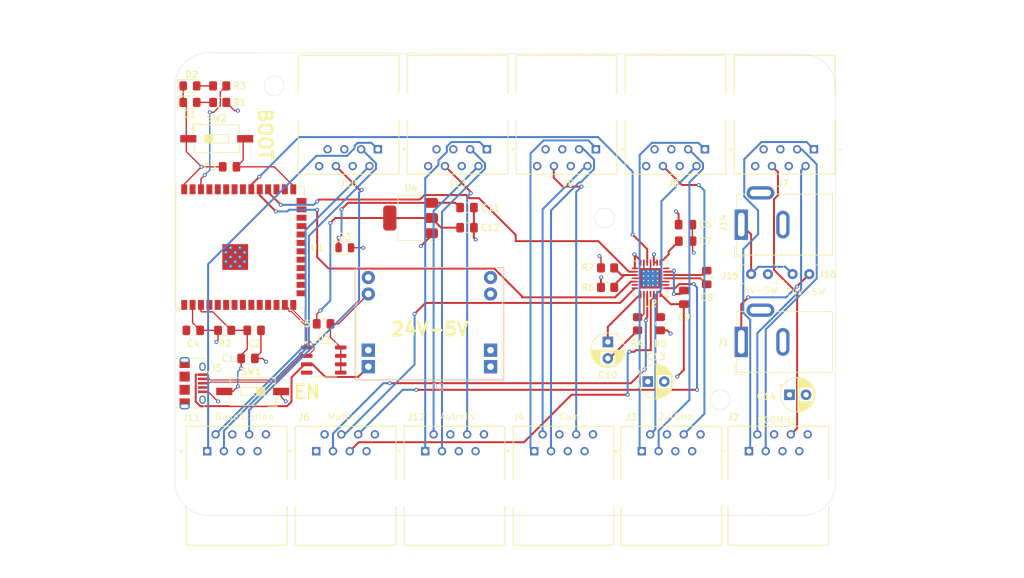
<source format=kicad_pcb>
(kicad_pcb (version 20240108) (generator "pcbnew") (generator_version "8.0")
  (layers (0 "F.Cu" signal) (1 "In1.Cu" power "GND") (2 "In2.Cu" signal) (31 "B.Cu" signal) (34 "B.Paste" user) (35 "F.Paste" user) (36 "B.SilkS" user "B.Silkscreen") (37 "F.SilkS" user "F.Silkscreen") (38 "B.Mask" user) (39 "F.Mask" user) (44 "Edge.Cuts" user))
  (net 0 "")
  (net 1 "GND")
  (net 2 "EN_PB")
  (net 3 "GPIO_0")
  (net 4 "+3.3V")
  (net 5 "+5V")
  (net 6 "Net-(U2-VREG)")
  (net 7 "Net-(U2-CP2)")
  (net 8 "Net-(U2-CP1)")
  (net 9 "Net-(U2-CVP)")
  (net 10 "+24V")
  (net 11 "Net-(D2-A)")
  (net 12 "Tx+_900")
  (net 13 "Tx-_900")
  (net 14 "Rx+_900")
  (net 15 "Rx-_900")
  (net 16 "Tx+_2.4")
  (net 17 "Tx-_2.4")
  (net 18 "Rx-_2.4")
  (net 19 "Rx+_2.4")
  (net 21 "Net-(J4-Pad6)")
  (net 24 "Net-(J4-Pad2)")
  (net 25 "Net-(J4-Pad3)")
  (net 26 "Net-(J4-Pad1)")
  (net 29 "Net-(J10-Pad1)")
  (net 30 "Net-(J10-Pad3)")
  (net 31 "Net-(J10-Pad2)")
  (net 34 "Net-(J10-Pad6)")
  (net 36 "OUT2A")
  (net 38 "OUT1B")
  (net 42 "OUT1A")
  (net 43 "OUT2B")
  (net 61 "Net-(J12-Pad2)")
  (net 62 "Net-(J12-Pad1)")
  (net 65 "Net-(J12-Pad3)")
  (net 67 "Net-(J12-Pad6)")
  (net 72 "LED_BUILDIN")
  (net 73 "Net-(U2-SENSE1)")
  (net 74 "Net-(U2-SENSE2)")
  (net 75 "Net-(U2-VREF)")
  (net 77 "DIRPIN")
  (net 93 "USB_P")
  (net 101 "USB_N")
  (net 103 "RESETPIN")
  (net 108 "STEPPIN")
  (net 111 "Net-(D1-A)")
  (net 113 "Net-(D3-K)")
  (net 114 "Net-(J14-Pad1)")
  (footprint "Resistor_SMD:R_0805_2012Metric_Pad1.20x1.40mm_HandSolder" (layer "F.Cu") (at 92.5 72)
    (property "Reference" "R2")
    (property "Value" "10K TBV")
  )
  (footprint "LED_SMD:LED_0805_2012Metric_Pad1.15x1.40mm_HandSolder" (layer "F.Cu") (at 87.25 35)
    (property "Reference" "D2")
    (property "Value" "B")
  )
  (footprint "LED_SMD:LED_0805_2012Metric_Pad1.15x1.40mm_HandSolder" (layer "F.Cu") (at 87.25 37.5)
    (property "Reference" "D1")
    (property "Value" "R")
  )
  (footprint "digikey-footprints:PinHeader_1x2_P2.54mm" (layer "F.Cu") (at 174.73 63.5 180)
    (property "Reference" "J15")
    (property "Value" "M20-9990246")
  )
  (footprint "Package_TO_SOT_SMD:SOT-223-3_TabPin2" (layer "F.Cu") (at 120.65 55 180)
    (property "Reference" "U4")
    (property "Value" "AMS1117-3.3")
  )
  (footprint "Capacitor_SMD:C_0805_2012Metric_Pad1.18x1.45mm_HandSolder" (layer "F.Cu") (at 96.9625 72)
    (property "Reference" "C2")
    (property "Value" "1uF")
  )
  (footprint "Package_DFN_QFN:QFN-28-1EP_5x5mm_P0.5mm_EP3.1x3.1mm_ThermalVias" (layer "F.Cu") (at 156.9625 64.125 180)
    (property "Reference" "U2")
    (property "Value" "A4988-Stepper Driver")
  )
  (footprint "54601-908WPLF:AMPHENOL_54601-908WPLF" (layer "F.Cu") (at 144.25 38.25 180)
    (property "Reference" "J9")
    (property "Value" "LANCamera")
  )
  (footprint "Capacitor_SMD:C_0805_2012Metric_Pad1.18x1.45mm_HandSolder" (layer "F.Cu") (at 96.0375 76.25 180)
    (property "Reference" "C1")
    (property "Value" "100nF")
  )
  (footprint "Capacitor_THT:CP_Radial_D5.0mm_P2.50mm" (layer "F.Cu") (at 156.544888 79.75)
    (property "Reference" "C13")
    (property "Value" "100uF")
  )
  (footprint "Resistor_SMD:R_0805_2012Metric_Pad1.20x1.40mm_HandSolder" (layer "F.Cu") (at 91.75 37.5 180)
    (property "Reference" "R1")
    (property "Value" "330")
  )
  (footprint "54601-908WPLF:AMPHENOL_54601-908WPLF" (layer "F.Cu") (at 127.75 38.25 180)
    (property "Reference" "J13")
    (property "Value" "LAN4")
  )
  (footprint "Capacitor_SMD:C_0805_2012Metric_Pad1.18x1.45mm_HandSolder" (layer "F.Cu") (at 87.75 72 180)
    (property "Reference" "C4")
    (property "Value" "22uF")
  )
  (footprint "54601-908WPLF:AMPHENOL_54601-908WPLF" (layer "F.Cu") (at 160.75 38.25 180)
    (property "Reference" "J8")
    (property "Value" "LAN2.4")
  )
  (footprint "54601-908WPLF:AMPHENOL_54601-908WPLF" (layer "F.Cu") (at 127.305 96.64)
    (property "Reference" "J12")
    (property "Value" "Eth4IN")
  )
  (footprint "Connector_BarrelJack:BarrelJack_GCT_DCJ200-10-A_Horizontal" (layer "F.Cu") (at 170.7 56 90)
    (property "Reference" "J14")
    (property "Value" "Barrel_Jack")
  )
  (footprint "Diode_SMD:D_0805_2012Metric" (layer "F.Cu") (at 110.6875 59.5)
    (property "Reference" "D3")
    (property "Value" "1N4004")
  )
  (footprint "Button_Switch_SMD:SW_DIP_SPSTx01_Slide_6.7x4.1mm_W8.61mm_P2.54mm_LowProfile" (layer "F.Cu") (at 91.305 43)
    (property "Reference" "SW2")
    (property "Value" "TS09-63-25-WT-160-SMT-TR")
  )
  (footprint "Resistor_SMD:R_0805_2012Metric_Pad1.20x1.40mm_HandSolder" (layer "F.Cu") (at 150.4625 62.55 180)
    (property "Reference" "R7")
    (property "Value" "1k")
  )
  (footprint "Resistor_SMD:R_0805_2012Metric_Pad1.20x1.40mm_HandSolder" (layer "F.Cu") (at 91.75 35)
    (property "Reference" "R3")
    (property "Value" "330")
  )
  (footprint "54601-908WPLF:AMPHENOL_54601-908WPLF" (layer "F.Cu") (at 177.25 38.25 180)
    (property "Reference" "J7")
    (property "Value" "LAN900")
  )
  (footprint "Connector_USB:USB_Micro-B_Amphenol_10118194_Horizontal" (layer "F.Cu") (at 87.75 80 -90)
    (property "Reference" "J11")
    (property "Value" "USB_B_Micro")
  )
  (footprint "Resistor_SMD:R_0805_2012Metric_Pad1.20x1.40mm_HandSolder" (layer "F.Cu") (at 155 71 -90)
    (property "Reference" "R4")
    (property "Value" "0.05")
  )
  (footprint "Connector_BarrelJack:BarrelJack_GCT_DCJ200-10-A_Horizontal" (layer "F.Cu") (at 170.7 73.75 90)
    (property "Reference" "J1")
    (property "Value" "Barrel_Jack")
  )
  (footprint "Capacitor_SMD:C_0805_2012Metric_Pad1.18x1.45mm_HandSolder" (layer "F.Cu") (at 107.48125 71.01875)
    (property "Reference" "C5")
    (property "Value" "100nF")
  )
  (footprint "RF_Module:ESP32-S3-WROOM-1" (layer "F.Cu") (at 91.64 59.4 90)
    (property "Reference" "U1")
    (property "Value" "ESP32-S3-WROOM-1")
  )
  (footprint "Capacitor_SMD:C_0805_2012Metric_Pad1.18x1.45mm_HandSolder" (layer "F.Cu") (at 129.1875 56.46)
    (property "Reference" "C12")
    (property "Value" "22u")
  )
  (footprint "54601-908WPLF:AMPHENOL_54601-908WPLF" (layer "F.Cu") (at 110.805 96.64)
    (property "Reference" "J6")
    (property "Value" "Moteur")
  )
  (footprint "Capacitor_SMD:C_0805_2012Metric_Pad1.18x1.45mm_HandSolder" (layer "F.Cu") (at 162.2875 58.5)
    (property "Reference" "C7")
    (property "Value" "0.22uF")
  )
  (footprint "Capacitor_SMD:C_0805_2012Metric_Pad1.18x1.45mm_HandSolder" (layer "F.Cu") (at 165.4625 64 90)
    (property "Reference" "C8")
    (property "Value" "0.1uF")
  )
  (footprint "Package_SO:SO-8_3.9x4.9mm_P1.27mm" (layer "F.Cu") (at 107.5 76.5)
    (property "Reference" "U5")
    (property "Value" "~")
  )
  (footprint "Capacitor_THT:CP_Radial_D5.0mm_P2.50mm" (layer "F.Cu") (at 178 81.75)
    (property "Reference" "C14")
    (property "Value" "100uF")
  )
  (footprint "Capacitor_THT:CP_Radial_D5.0mm_P2.50mm" (layer "F.Cu") (at 150.5 73.75 -90)
    (property "Reference" "C10")
    (property "Value" "100uF")
  )
  (footprint "54601-908WPLF:AMPHENOL_54601-908WPLF" (layer "F.Cu") (at 143.805 96.64)
    (property "Reference" "J4")
    (property "Value" "CameraIN")
  )
  (footprint "54601-908WPLF:AMPHENOL_54601-908WPLF" (layer "F.Cu") (at 94.305 96.64)
    (property "Reference" "J5")
    (property "Value" "BaseStation")
  )
  (footprint "Capacitor_SMD:C_0805_2012Metric_Pad1.18x1.45mm_HandSolder" (layer "F.Cu") (at 162 67 -90)
    (property "Reference" "C9")
    (property "Value" "0.1uF")
  )
  (footprint "54601-908WPLF:AMPHENOL_54601-908WPLF" (layer "F.Cu") (at 176.305 96.64)
    (property "Reference" "J2")
    (property "Value" "POE900")
  )
  (footprint "Button_Switch_SMD:SW_DIP_SPSTx01_Slide_6.7x4.1mm_W8.61mm_P2.54mm_LowProfile" (layer "F.Cu") (at 96.75 81.25 180)
    (property "Reference" "SW1")
    (property "Value" "TS09-63-25-WT-160-SMT-TR")
  )
  (footprint "Capacitor_SMD:C_0805_2012Metric_Pad1.18x1.45mm_HandSolder" (layer "F.Cu") (at 162.25 56)
    (property "Reference" "C6")
    (property "Value" "0.22uF")
  )
  (footprint "54601-908WPLF:AMPHENOL_54601-908WPLF" (layer "F.Cu") (at 111.25 38.25 180)
    (property "Reference" "J10")
    (property "Value" "SwitchOut")
  )
  (footprint "Resistor_SMD:R_0805_2012Metric_Pad1.20x1.40mm_HandSolder" (layer "F.Cu") (at 150.4625 65.5)
    (property "Reference" "R6")
    (property "Value" "12k")
  )
  (footprint "54601-908WPLF:AMPHENOL_54601-908WPLF" (layer "F.Cu") (at 160.089 96.64)
    (property "Reference" "J3")
    (property "Value" "POE2.4")
  )
  (footprint "Capacitor_SMD:C_0805_2012Metric_Pad1.18x1.45mm_HandSolder" (layer "F.Cu") (at 93.25 47.25)
    (property "Reference" "C3")
    (property "Value" "100nF")
  )
  (footprint "Capacitor_SMD:C_0805_2012Metric_Pad1.18x1.45mm_HandSolder" (layer "F.Cu") (at 129.1875 53.42)
    (property "Reference" "C11")
    (property "Value" "10u")
  )
  (footprint "digikey-footprints:PinHeader_1x2_P2.54mm" (layer "F.Cu") (at 181 63.5 180)
    (property "Reference" "J16")
    (property "Value" "M20-9990246")
  )
  (footprint "Resistor_SMD:R_0805_2012Metric_Pad1.20x1.40mm_HandSolder" (layer "F.Cu") (at 158.4625 71 -90)
    (property "Reference" "R5")
    (property "Value" "0.05")
  )
  (footprint "LucasLibrary:Buck_7V-24V_5V" (layer "B.Cu") (at 114.25 77.5)
    (property "Reference" "U3")
    (property "Value" "MP1584EN-Buck Converter")
  )
  (gr_line (start 112 59.5) (end 113.5 59.5) (stroke (width 0.2)) (layer "F.Cu") (net 5))
  (gr_line (start 112.5 62.5) (end 134.5 62.5) (stroke (width 0.1)) (layer "F.SilkS"))
  (gr_line (start 112.5 79.5) (end 112.5 62.5) (stroke (width 0.1)) (layer "F.SilkS"))
  (gr_line (start 134.5 79.5) (end 112.5 79.5) (stroke (width 0.1)) (layer "F.SilkS"))
  (gr_line (start 134.5 62.5) (end 134.5 79.5) (stroke (width 0.1)) (layer "F.SilkS"))
  (gr_circle (center 150 55) (end 151.5 55) (stroke (width 0.05)) (fill none) (layer "Edge.Cuts"))
  (gr_circle (center 100 35) (end 101.5 35) (stroke (width 0.05)) (fill none) (layer "Edge.Cuts"))
  (gr_line (start 180 30.25) (end 90 30) (stroke (width 0.05)) (layer "Edge.Cuts"))
  (gr_circle (center 167.5 82.5) (end 169 82.5) (stroke (width 0.05)) (fill none) (layer "Edge.Cuts"))
  (gr_arc (start 85 35) (mid 86.464466 31.464466) (end 90 30) (stroke (width 0.05)) (layer "Edge.Cuts"))
  (gr_line (start 180 100.008088) (end 90 100) (stroke (width 0.05)) (layer "Edge.Cuts"))
  (gr_line (start 85 95) (end 85 35) (stroke (width 0.05)) (layer "Edge.Cuts"))
  (gr_line (start 185 35.25) (end 185 95.25) (stroke (width 0.05)) (layer "Edge.Cuts"))
  (gr_arc (start 185.000124 95.250007) (mid 183.441402 98.618273) (end 180 100.008088) (stroke (width 0.05)) (layer "Edge.Cuts"))
  (gr_arc (start 90 100) (mid 86.464466 98.535534) (end 85 95) (stroke (width 0.05)) (layer "Edge.Cuts"))
  (gr_arc (start 180 30.25) (mid 183.535534 31.714466) (end 185 35.25) (stroke (width 0.05)) (layer "Edge.Cuts"))
  (gr_text "24V-5V" (at 117.5 73 0) (layer "F.SilkS") (effects (font (size 2 2) (thickness 0.4) (bold yes)) (justify left bottom)))
  (gr_text "5V-SW" (at 171 66.5 0) (layer "F.SilkS") (effects (font (size 1 1) (thickness 0.1)) (justify left bottom)))
  (gr_text "BOOT" (at 97.5 38.25 -90) (layer "F.SilkS") (effects (font (size 2 2) (thickness 0.4) (bold yes)) (justify left bottom)))
  (gr_text "Moteur" (at 108.021 85.64 0) (layer "F.SilkS") (effects (font (size 1 1) (thickness 0.1)) (justify left bottom)))
  (gr_text "BaseStation" (at 91.021 85.64 0) (layer "F.SilkS") (effects (font (size 1 1) (thickness 0.1)) (justify left bottom)))
  (gr_text "AutreIN" (at 125.021 85.64 0) (layer "F.SilkS") (effects (font (size 1 1) (thickness 0.1)) (justify left bottom)))
  (gr_text "900MHz" (at 173.021 86.14 0) (layer "F.SilkS") (effects (font (size 1 1) (thickness 0.1)) (justify left bottom)))
  (gr_text "EN\n" (at 102.75 82.5 0) (layer "F.SilkS") (effects (font (size 2 2) (thickness 0.4) (bold yes)) (justify left bottom)))
  (gr_text "2.4GHz" (at 158.021 85.64 0) (layer "F.SilkS") (effects (font (size 1 1) (thickness 0.1)) (justify left bottom)))
  (gr_text "Cam" (at 143.021 85.64 0) (layer "F.SilkS") (effects (font (size 1 1) (thickness 0.1)) (justify left bottom)))
  (gr_text "24V-SW" (at 177.25 66.75 0) (layer "F.SilkS") (effects (font (size 1 1) (thickness 0.1)) (justify left bottom)))
  (segment (start 110.075 74.595) (end 110.075 78.405) (width 0.2) (layer "F.Cu") (net 1))
  (segment (start 108.51875 71.01875) (end 108.51875 73.03875) (width 0.2) (layer "F.Cu") (net 1))
  (segment (start 114.25 66.5) (end 109.73125 71.01875) (width 0.2) (layer "F.Cu") (net 1))
  (segment (start 154.5875 64.125) (end 156.9625 64.125) (width 0.2) (layer "F.Cu") (net 1))
  (segment (start 150.75 76.25) (end 155 72) (width 0.3) (layer "F.Cu") (net 1))
  (segment (start 91.475 82.75) (end 91.5 82.75) (width 0.2) (layer "F.Cu") (net 1))
  (segment (start 163.325 58.5) (end 163.325 60.075) (width 0.2) (layer "F.Cu") (net 1))
  (segment (start 89.15 81.3) (end 90.025 81.3) (width 0.2) (layer "F.Cu") (net 1))
  (segment (start 130.225 56.46) (end 130.225 57.975) (width 0.3) (layer "F.Cu") (net 1))
  (segment (start 149.4625 60.9625) (end 149.25 60.75) (width 0.2) (layer "F.Cu") (net 1))
  (segment (start 86.695 44.945) (end 89 47.25) (width 0.2) (layer "F.Cu") (net 1))
  (segment (start 98 75.325) (end 97.075 76.25) (width 0.2) (layer "F.Cu") (net 1))
  (segment (start 123.8 57.3) (end 123.8 57.66) (width 0.3) (layer "F.Cu") (net 1))
  (segment (start 150.5 76.25) (end 150.75 76.25) (width 0.3) (layer "F.Cu") (net 1))
  (segment (start 86.225 35) (end 86.225 37.5) (width 0.2) (layer "F.Cu") (net 1))
  (segment (start 86.695 37.97) (end 86.225 37.5) (width 0.2) (layer "F.Cu") (net 1))
  (segment (start 159.3375 64.625) (end 157.4625 64.625) (width 0.2) (layer "F.Cu") (net 1))
  (segment (start 163.325 60.075) (end 163.5 60.25) (width 0.2) (layer "F.Cu") (net 1))
  (segment (start 101.055 82.055) (end 101.75 82.75) (width 0.2) (layer "F.Cu") (net 1))
  (segment (start 163.2875 56) (end 163.2875 58.4625) (width 0.2) (layer "F.Cu") (net 1))
  (segment (start 156.9625 61.75) (end 156.9625 64.125) (width 0.2) (layer "F.Cu") (net 1))
  (segment (start 86.695 43) (end 86.695 37.97) (width 0.2) (layer "F.Cu") (net 1))
  (segment (start 98 72) (end 98 75.325) (width 0.2) (layer "F.Cu") (net 1))
  (segment (start 108.51875 73.03875) (end 110.075 74.595) (width 0.2) (layer "F.Cu") (net 1))
  (segment (start 157.9625 65.125) (end 156.9625 64.125) (width 0.2) (layer "F.Cu") (net 1))
  (segment (start 155.9625 61.75) (end 155.9625 63.025) (width 0.2) (layer "F.Cu") (net 1))
  (segment (start 98.25 76.25) (end 98.75 76.75) (width 0.2) (layer "F.Cu") (net 1))
  (segment (start 149.4625 62.55) (end 149.4625 60.9625) (width 0.2) (layer "F.Cu") (net 1))
  (segment (start 97.075 76.25) (end 98.25 76.25) (width 0.2) (layer "F.Cu") (net 1))
  (segment (start 163.2875 58.4625) (end 163.325 58.5) (width 0.2) (layer "F.Cu") (net 1))
  (segment (start 159.5 72) (end 160 72.5) (width 0.3) (layer "F.Cu") (net 1))
  (segment (start 101.055 81.25) (end 101.055 82.055) (width 0.2) (layer "F.Cu") (net 1))
  (segment (start 158.4625 72) (end 159.5 72) (width 0.3) (layer "F.Cu") (net 1))
  (segment (start 130.225 53.42) (end 130.225 56.46) (width 0.3) (layer "F.Cu") (net 1))
  (segment (start 109.73125 71.01875) (end 108.51875 71.01875) (width 0.2) (layer "F.Cu") (net 1))
  (segment (start 130.225 57.975) (end 130.5 58.25) (width 0.3) (layer "F.Cu") (net 1))
  (segment (start 155.9625 63.025) (end 155.9125 63.075) (width 0.2) (layer "F.Cu") (net 1))
  (segment (start 90.025 81.3) (end 91.475 82.75) (width 0.2) (layer "F.Cu") (net 1))
  (segment (start 86.38 49.87) (end 86.38 50.65) (width 0.2) (layer "F.Cu") (net 1))
  (segment (start 157.4625 64.625) (end 156.9625 64.125) (width 0.2) (layer "F.Cu") (net 1))
  (segment (start 123.8 57.66) (end 122.21 59.25) (width 0.3) (layer "F.Cu") (net 1))
  (segment (start 159.3375 65.125) (end 157.9625 65.125) (width 0.2) (layer "F.Cu") (net 1))
  (segment (start 89 47.25) (end 86.38 49.87) (width 0.2) (layer "F.Cu") (net 1))
  (segment (start 92.2125 47.25) (end 89 47.25) (width 0.2) (layer "F.Cu") (net 1))
  (segment (start 86.695 43) (end 86.695 44.945) (width 0.2) (layer "F.Cu") (net 1))
  (via (at 149.25 60.75) (size 0.6) (drill 0.3) (layers "F.Cu" "B.Cu") (net 1))
  (via (at 89 47.25) (size 0.6) (drill 0.3) (layers "F.Cu" "B.Cu") (net 1))
  (via (at 163.5 60.25) (size 0.6) (drill 0.3) (layers "F.Cu" "B.Cu") (net 1))
  (via (at 130.5 58.25) (size 0.6) (drill 0.3) (layers "F.Cu" "B.Cu") (net 1))
  (via (at 122.21 59.25) (size 0.6) (drill 0.3) (layers "F.Cu" "B.Cu") (net 1))
  (via (at 91.5 82.75) (size 0.6) (drill 0.3) (layers "F.Cu" "B.Cu") (net 1))
  (via (at 98.75 76.75) (size 0.6) (drill 0.3) (layers "F.Cu" "B.Cu") (net 1))
  (via (at 160 72.5) (size 0.6) (drill 0.3) (layers "F.Cu" "B.Cu") (net 1))
  (via (at 101.75 82.75) (size 0.6) (drill 0.3) (layers "F.Cu" "B.Cu") (net 1))
  (segment (start 95 76.25) (end 95 75.75) (width 0.2) (layer "F.Cu") (net 2))
  (segment (start 92.445 81.25) (end 93.75 81.25) (width 0.2) (layer "F.Cu") (net 2))
  (segment (start 89.02 69.2) (end 88.92 69.1) (width 0.2) (layer "F.Cu") (net 2))
  (segment (start 93.75 81.25) (end 94.5 80.5) (width 0.2) (layer "F.Cu") (net 2))
  (segment (start 93.5 72) (end 90.7 69.2) (width 0.2) (layer "F.Cu") (net 2))
  (segment (start 95 77.75) (end 95 76.25) (width 0.2) (layer "F.Cu") (net 2))
  (segment (start 95.925 74.825) (end 95.925 72) (width 0.2) (layer "F.Cu") (net 2))
  (segment (start 88.92 69.1) (end 88.92 68.15) (width 0.2) (layer "F.Cu") (net 2))
  (segment (start 95.925 72) (end 93.5 72) (width 0.2) (layer "F.Cu") (net 2))
  (segment (start 95 75.75) (end 95.925 74.825) (width 0.2) (layer "F.Cu") (net 2))
  (segment (start 90.7 69.2) (end 89.02 69.2) (width 0.2) (layer "F.Cu") (net 2))
  (via (at 95 77.75) (size 0.6) (drill 0.3) (layers "F.Cu" "B.Cu") (net 2))
  (via (at 94.5 80.5) (size 0.6) (drill 0.3) (layers "F.Cu" "B.Cu") (net 2))
  (segment (start 94.5 78.25) (end 95 77.75) (width 0.2) (layer "B.Cu") (net 2))
  (segment (start 94.5 80.5) (end 94.5 78.25) (width 0.2) (layer "B.Cu") (net 2))
  (segment (start 95.305 46.2325) (end 94.2875 47.25) (width 0.2) (layer "F.Cu") (net 3))
  (segment (start 95.305 43) (end 95.305 46.2325) (width 0.2) (layer "F.Cu") (net 3))
  (segment (start 102.89 50.12) (end 102.89 50.65) (width 0.2) (layer "F.Cu") (net 3))
  (segment (start 100.02 47.25) (end 102.89 50.12) (width 0.2) (layer "F.Cu") (net 3))
  (segment (start 94.2875 47.25) (end 100.02 47.25) (width 0.2) (layer "F.Cu") (net 3))
  (segment (start 88.7875 72) (end 87.65 70.8625) (width 0.2) (layer "F.Cu") (net 4))
  (segment (start 106.44375 71.01875) (end 106.44375 69.55625) (width 0.2) (layer "F.Cu") (net 4))
  (segment (start 91.5 72) (end 88.7875 72) (width 0.2) (layer "F.Cu") (net 4))
  (segment (start 92.75 37.5) (end 94 38.75) (width 0.2) (layer "F.Cu") (net 4))
  (segment (start 91.5 73.5) (end 91.25 73.75) (width 0.2) (layer "F.Cu") (net 4))
  (segment (start 125.26 56.46) (end 123.8 55) (width 0.3) (layer "F.Cu") (net 4))
  (segment (start 91.5 72) (end 91.5 73.5) (width 0.2) (layer "F.Cu") (net 4))
  (segment (start 106.44375 69.55625) (end 106.98125 69.01875) (width 0.2) (layer "F.Cu") (net 4))
  (segment (start 117.5 55) (end 123.8 55) (width 0.3) (layer "F.Cu") (net 4))
  (segment (start 87.65 70.8625) (end 87.65 68.15) (width 0.2) (layer "F.Cu") (net 4))
  (segment (start 94 38.75) (end 94.5 38.75) (width 0.2) (layer "F.Cu") (net 4))
  (segment (start 109.25 55) (end 108.5 55.75) (width 0.3) (layer "F.Cu") (net 4))
  (segment (start 114.575 55) (end 109.25 55) (width 0.3) (layer "F.Cu") (net 4))
  (segment (start 128.15 56.46) (end 125.26 56.46) (width 0.3) (layer "F.Cu") (net 4))
  (segment (start 117.5 55) (end 114.575 55) (width 0.3) (layer "F.Cu") (net 4))
  (via (at 91.25 73.75) (size 0.6) (drill 0.3) (layers "F.Cu" "B.Cu") (net 4))
  (via (at 106.98125 69.01875) (size 0.6) (drill 0.3) (layers "F.Cu" "B.Cu") (net 4))
  (via (at 108.5 55.75) (size 0.6) (drill 0.3) (layers "F.Cu" "B.Cu") (net 4))
  (via (at 94.5 38.75) (size 0.6) (drill 0.3) (layers "F.Cu" "B.Cu") (net 4))
  (segment (start 108.5 67.5) (end 106.98125 69.01875) (width 0.3) (layer "B.Cu") (net 4))
  (segment (start 108.5 55.75) (end 108.5 67.5) (width 0.3) (layer "B.Cu") (net 4))
  (segment (start 88.125 82.791726) (end 88.125 78.75) (width 0.3) (layer "F.Cu") (net 5))
  (segment (start 157.9625 61.75) (end 157.4625 61.75) (width 0.3) (layer "F.Cu") (net 5))
  (segment (start 104.925 77.135) (end 105.799999 77.135) (width 0.3) (layer "F.Cu") (net 5))
  (segment (start 107.719999 79.055) (end 112.695 79.055) (width 0.3) (layer "F.Cu") (net 5))
  (segment (start 102.625 82.794239) (end 101.944239 83.475) (width 0.3) (layer "F.Cu") (net 5))
  (segment (start 104.925 77.135) (end 104.608738 77.135) (width 0.3) (layer "F.Cu") (net 5))
  (segment (start 105.799999 77.135) (end 107.719999 79.055) (width 0.3) (layer "F.Cu") (net 5))
  (segment (start 112.695 79.055) (end 114.25 77.5) (width 0.3) (layer "F.Cu") (net 5))
  (segment (start 88.175 78.7) (end 89.15 78.7) (width 0.3) (layer "F.Cu") (net 5))
  (segment (start 88.125 78.75) (end 88.175 78.7) (width 0.3) (layer "F.Cu") (net 5))
  (segment (start 161.2125 54.3875) (end 160.825 54) (width 0.3) (layer "F.Cu") (net 5))
  (segment (start 155.4625 61.75) (end 155.4625 61.4625) (width 0.3) (layer "F.Cu") (net 5))
  (segment (start 102.625 79.118738) (end 102.625 82.794239) (width 0.3) (layer "F.Cu") (net 5))
  (segment (start 149.4625 65.5) (end 149.4625 64.0375) (width 0.3) (layer "F.Cu") (net 5))
  (segment (start 114.25 75) (end 114.25 74.9) (width 0.3) (layer "F.Cu") (net 5))
  (segment (start 155.4625 61.4625) (end 154.5 60.5) (width 0.3) (layer "F.Cu") (net 5))
  (segment (start 104.608738 77.135) (end 102.625 79.118738) (width 0.3) (layer "F.Cu") (net 5))
  (segment (start 88.808274 83.475) (end 88.125 82.791726) (width 0.3) (layer "F.Cu") (net 5))
  (segment (start 154.5875 60.5875) (end 154.5 60.5) (width 0.3) (layer "F.Cu") (net 5))
  (segment (start 154.5875 62.625) (end 154.5875 60.5875) (width 0.3) (layer "F.Cu") (net 5))
  (segment (start 101.944239 83.475) (end 88.808274 83.475) (width 0.3) (layer "F.Cu") (net 5))
  (segment (start 161.2125 56) (end 161.2125 54.3875) (width 0.3) (layer "F.Cu") (net 5))
  (segment (start 157.4625 61.75) (end 157.4625 60.5375) (width 0.3) (layer "F.Cu") (net 5))
  (segment (start 112 59.5) (end 111.4375 59.5) (width 0.2) (layer "F.Cu") (net 5))
  (segment (start 157.4625 60.5375) (end 157.5 60.5) (width 0.3) (layer "F.Cu") (net 5))
  (segment (start 149.4625 64.0375) (end 149.5 64) (width 0.3) (layer "F.Cu") (net 5))
  (via (at 160.825 54) (size 0.6) (drill 0.3) (layers "F.Cu" "B.Cu") (net 5))
  (via (at 113.5 59.5) (size 0.6) (drill 0.3) (layers "F.Cu" "B.Cu") (net 5))
  (via (at 157.5 60.5) (size 0.6) (drill 0.3) (layers "F.Cu" "B.Cu") (net 5))
  (via (at 154.5 60.5) (size 0.6) (drill 0.3) (layers "F.Cu" "B.Cu") (net 5))
  (via (at 149.5 64) (size 0.6) (drill 0.3) (layers "F.Cu" "B.Cu") (net 5))
  (segment (start 159.7125 60.0375) (end 161.25 58.5) (width 0.3) (layer "F.Cu") (net 6))
  (segment (start 159.7125 60.5) (end 159.7125 60.0375) (width 0.3) (layer "F.Cu") (net 6))
  (segment (start 159.7125 60.5) (end 158.4625 61.75) (width 0.3) (layer "F.Cu") (net 6))
  (segment (start 165.4625 62.9625) (end 164.8 63.625) (width 0.3) (layer "F.Cu") (net 7))
  (segment (start 164.8 63.625) (end 159.3375 63.625) (width 0.3) (layer "F.Cu") (net 7))
  (segment (start 164.55 64.125) (end 159.3375 64.125) (width 0.3) (layer "F.Cu") (net 8))
  (segment (start 165.4625 65.0375) (end 164.55 64.125) (width 0.3) (layer "F.Cu") (net 8))
  (segment (start 161.4625 66.5) (end 160.5 66.5) (width 0.3) (layer "F.Cu") (net 9))
  (segment (start 162 65.9625) (end 161.4625 66.5) (width 0.3) (layer "F.Cu") (net 9))
  (segment (start 160.5 62.975) (end 160.35 63.125) (width 0.3) (layer "F.Cu") (net 9))
  (segment (start 160.35 63.125) (end 159.3375 63.125) (width 0.3) (layer "F.Cu") (net 9))
  (via (at 160.5 62.975) (size 0.6) (drill 0.3) (layers "F.Cu" "B.Cu") (net 9))
  (via (at 160.5 66.5) (size 0.6) (drill 0.3) (layers "F.Cu" "B.Cu") (net 9))
  (segment (start 160.5 66.5) (end 160.5 62.975) (width 0.3) (layer "B.Cu") (net 9))
  (segment (start 155.4625 66.5) (end 150.5 71.4625) (width 0.3) (layer "F.Cu") (net 10))
  (segment (start 162 68.0375) (end 162 78) (width 0.3) (layer "F.Cu") (net 10))
  (segment (start 155.4625 66.5) (end 155.4625 66.7875) (width 0.3) (layer "F.Cu") (net 10))
  (segment (start 160 68.0375) (end 158.4625 66.5) (width 0.3) (layer "F.Cu") (net 10))
  (segment (start 162 68.0375) (end 160 68.0375) (width 0.3) (layer "F.Cu") (net 10))
  (segment (start 180.978157 63.5) (end 179.100001 65.378156) (width 0.3) (layer "F.Cu") (net 10))
  (segment (start 170.7 68.05) (end 170.7 73.75) (width 0.3) (layer "F.Cu") (net 10))
  (segment (start 162 78) (end 161 79) (width 0.3) (layer "F.Cu") (net 10))
  (segment (start 132.75 75) (end 133.5 75) (width 0.3) (layer "F.Cu") (net 10))
  (segment (start 155.4625 66.5) (end 155.4625 67) (width 0.3) (layer "F.Cu") (net 10))
  (segment (start 171.75 67) (end 170.7 68.05) (width 0.3) (layer "F.Cu") (net 10))
  (segment (start 181 63.5) (end 180.978157 63.5) (width 0.3) (layer "F.Cu") (net 10))
  (segment (start 150.5 71.4625) (end 150.5 73.75) (width 0.3) (layer "F.Cu") (net 10))
  (via (at 161 79) (size 0.6) (drill 0.3) (layers "F.Cu" "B.Cu") (net 10))
  (via (at 171.75 67) (size 0.6) (drill 0.3) (layers "F.Cu" "B.Cu") (net 10))
  (via (at 179.100001 65.378156) (size 0.6) (drill 0.3) (layers "F.Cu" "B.Cu") (net 10))
  (segment (start 179.100001 65.378156) (end 177.478157 67) (width 0.3) (layer "B.Cu") (net 10))
  (segment (start 177.478157 67) (end 171.75 67) (width 0.3) (layer "B.Cu") (net 10))
  (segment (start 90.75 35) (end 88.275 35) (width 0.2) (layer "F.Cu") (net 11))
  (segment (start 180.595 43.5) (end 181.695 44.6) (width 0.3) (layer "B.Cu") (net 12))
  (segment (start 171.15 51.759188) (end 171.15 46.1) (width 0.3) (layer "B.Cu") (net 12))
  (segment (start 171.15 46.1) (end 173.75 43.5) (width 0.3) (layer "B.Cu") (net 12))
  (segment (start 173.25 57.45) (end 173.25 53.859188) (width 0.3) (layer "B.Cu") (net 12))
  (segment (start 173.75 43.5) (end 180.595 43.5) (width 0.3) (layer "B.Cu") (net 12))
  (segment (start 171.86 90.29) (end 172.05 90.1) (width 0.3) (layer "B.Cu") (net 12))
  (segment (start 173.25 53.859188) (end 171.15 51.759188) (width 0.3) (layer "B.Cu") (net 12))
  (segment (start 172.05 90.1) (end 172.05 70.409188) (width 0.3) (layer "B.Cu") (net 12))
  (segment (start 171 69.359188) (end 171 59.7) (width 0.3) (layer "B.Cu") (net 12))
  (segment (start 172.05 70.409188) (end 171 69.359188) (width 0.3) (layer "B.Cu") (net 12))
  (segment (start 171 59.7) (end 173.25 57.45) (width 0.3) (layer "B.Cu") (net 12))
  (segment (start 173.13 87.75) (end 173.13 72.429188) (width 0.3) (layer "B.Cu") (net 13))
  (segment (start 179.75 47.815) (end 180.425 47.14) (width 0.3) (layer "B.Cu") (net 13))
  (segment (start 173.13 72.429188) (end 179.75 65.809188) (width 0.3) (layer "B.Cu") (net 13))
  (segment (start 179.75 65.809188) (end 179.75 47.815) (width 0.3) (layer "B.Cu") (net 13))
  (segment (start 182.112 64.154294) (end 182.112 46.862) (width 0.3) (layer "B.Cu") (net 14))
  (segment (start 174.4 90.29) (end 174.4 71.866294) (width 0.3) (layer "B.Cu") (net 14))
  (segment (start 182.112 46.862) (end 179.85 44.6) (width 0.3) (layer "B.Cu") (net 14))
  (segment (start 179.85 44.6) (end 179.155 44.6) (width 0.3) (layer "B.Cu") (net 14))
  (segment (start 174.4 71.866294) (end 182.112 64.154294) (width 0.3) (layer "B.Cu") (net 14))
  (segment (start 176.25 51.559188) (end 176.25 48.045) (width 0.3) (layer "F.Cu") (net 15))
  (segment (start 175.65 62.847394) (end 175.65 52.159188) (width 0.3) (layer "F.Cu") (net 15))
  (segment (start 178.21 87.75) (end 179.15 86.81) (width 0.3) (layer "F.Cu") (net 15))
  (segment (start 179.15 86.81) (end 179.15 66.347394) (width 0.3) (layer "F.Cu") (net 15))
  (segment (start 175.65 52.159188) (end 176.25 51.559188) (width 0.3) (layer "F.Cu") (net 15))
  (segment (start 179.15 66.347394) (end 175.65 62.847394) (width 0.3) (layer "F.Cu") (net 15))
  (segment (start 176.25 48.045) (end 175.345 47.14) (width 0.3) (layer "F.Cu") (net 15))
  (segment (start 157.167413 43.616) (end 164.211 43.616) (width 0.3) (layer "B.Cu") (net 16))
  (segment (start 164.211 43.616) (end 165.195 44.6) (width 0.3) (layer "B.Cu") (net 16))
  (segment (start 155.644 90.29) (end 155.3125 89.9585) (width 0.3) (layer "B.Cu") (net 16))
  (segment (start 155.3125 89.9585) (end 155.3125 45.470913) (width 0.3) (layer "B.Cu") (net 16))
  (segment (start 155.3125 45.470913) (end 157.167413 43.616) (width 0.3) (layer "B.Cu") (net 16))
  (segment (start 156.914 87.75) (end 157.694888 86.969112) (width 0.3) (layer "B.Cu") (net 17))
  (segment (start 158.6125 65.775) (end 158.6125 52.4525) (width 0.3) (layer "B.Cu") (net 17))
  (segment (start 158.6125 52.4525) (end 163.925 47.14) (width 0.3) (layer "B.Cu") (net 17))
  (segment (start 157.694888 86.969112) (end 157.694888 66.692612) (width 0.3) (layer "B.Cu") (net 17))
  (segment (start 157.694888 66.692612) (end 158.6125 65.775) (width 0.3) (layer "B.Cu") (net 17))
  (segment (start 164.25 50) (end 161.705 50) (width 0.3) (layer "F.Cu") (net 18))
  (segment (start 161.705 50) (end 158.845 47.14) (width 0.3) (layer "F.Cu") (net 18))
  (via (at 164.25 50) (size 0.6) (drill 0.3) (layers "F.Cu" "B.Cu") (net 18))
  (segment (start 165.116106 50.866106) (end 164.25 50) (width 0.3) (layer "B.Cu") (net 18))
  (segment (start 165.116106 84.627894) (end 165.116106 50.866106) (width 0.3) (layer "B.Cu") (net 18))
  (segment (start 161.994 87.75) (end 165.116106 84.627894) (width 0.3) (layer "B.Cu") (net 18))
  (segment (start 158.194888 90.279112) (end 158.194888 87.176218) (width 0.3) (layer "B.Cu") (net 19))
  (segment (start 158.184 90.29) (end 158.194888 90.279112) (width 0.3) (layer "B.Cu") (net 19))
  (segment (start 158.194888 87.176218) (end 162.85 82.521106) (width 0.3) (layer "B.Cu") (net 19))
  (segment (start 162.85 49.606587) (end 164.909 47.547587) (width 0.3) (layer "B.Cu") (net 19))
  (segment (start 162.776587 44.6) (end 162.655 44.6) (width 0.3) (layer "B.Cu") (net 19))
  (segment (start 162.85 82.521106) (end 162.85 49.606587) (width 0.3) (layer "B.Cu") (net 19))
  (segment (start 164.909 47.547587) (end 164.909 46.732413) (width 0.3) (layer "B.Cu") (net 19))
  (segment (start 164.909 46.732413) (end 162.776587 44.6) (width 0.3) (layer "B.Cu") (net 19))
  (segment (start 143.670913 50.25) (end 142.3175 48.896587) (width 0.3) (layer "F.Cu") (net 21))
  (segment (start 146.5 50.25) (end 143.670913 50.25) (width 0.3) (layer "F.Cu") (net 21))
  (segment (start 142.3175 48.896587) (end 142.3175 46.91) (width 0.3) (layer "F.Cu") (net 21))
  (via (at 146.5 50.25) (size 0.6) (drill 0.3) (layers "F.Cu" "B.Cu") (net 21))
  (segment (start 145.71 87.75) (end 145.71 51.04) (width 0.3) (layer "B.Cu") (net 21))
  (segment (start 145.71 51.04) (end 146.5 50.25) (width 0.3) (layer "B.Cu") (net 21))
  (segment (start 140.63 53.6775) (end 147.3975 46.91) (width 0.3) (layer "B.Cu") (net 24))
  (segment (start 140.63 87.75) (end 140.63 53.6775) (width 0.3) (layer "B.Cu") (net 24))
  (segment (start 146.15 49.6) (end 141.9 53.85) (width 0.3) (layer "B.Cu") (net 25))
  (segment (start 146.4 49.6) (end 146.15 49.6) (width 0.3) (layer "B.Cu") (net 25))
  (segment (start 141.9 54) (end 141.9 53.799087) (width 0.3) (layer "B.Cu") (net 25))
  (segment (start 141.9 53.85) (end 141.9 54) (width 0.3) (layer "B.Cu") (net 25))
  (segment (start 148.409 47.591) (end 146.4 49.6) (width 0.3) (layer "B.Cu") (net 25))
  (segment (start 146.1275 44.37) (end 146.62 44.37) (width 0.3) (layer "B.Cu") (net 25))
  (segment (start 141.9 90.29) (end 141.9 54) (width 0.3) (layer "B.Cu") (net 25))
  (segment (start 146.62 44.37) (end 148.409 46.159) (width 0.3) (layer "B.Cu") (net 25))
  (segment (start 148.409 46.159) (end 148.409 47.591) (width 0.3) (layer "B.Cu") (net 25))
  (segment (start 147.5475 43.25) (end 148.6675 44.37) (width 0.3) (layer "B.Cu") (net 26))
  (segment (start 138.7935 89.7235) (end 138.7935 45.232413) (width 0.3) (layer "B.Cu") (net 26))
  (segment (start 140.775913 43.25) (end 147.5475 43.25) (width 0.3) (layer "B.Cu") (net 26))
  (segment (start 139.36 90.29) (end 138.7935 89.7235) (width 0.3) (layer "B.Cu") (net 26))
  (segment (start 138.7935 45.232413) (end 140.775913 43.25) (width 0.3) (layer "B.Cu") (net 26))
  (segment (start 111.022587 45.584) (end 112.171 44.435587) (width 0.3) (layer "B.Cu") (net 29))
  (segment (start 114.711 43.616) (end 115.695 44.6) (width 0.3) (layer "B.Cu") (net 29))
  (segment (start 112.634 43.616) (end 114.711 43.616) (width 0.3) (layer "B.Cu") (net 29))
  (segment (start 89.86 90.29) (end 90 90.15) (width 0.3) (layer "B.Cu") (net 29))
  (segment (start 112.171 44.435587) (end 112.171 44.079) (width 0.3) (layer "B.Cu") (net 29))
  (segment (start 106.396761 45.584) (end 111.022587 45.584) (width 0.3) (layer "B.Cu") (net 29))
  (segment (start 112.171 44.079) (end 112.634 43.616) (width 0.3) (layer "B.Cu") (net 29))
  (segment (start 90 90.15) (end 90 61.980761) (width 0.3) (layer "B.Cu") (net 29))
  (segment (start 90 61.980761) (end 106.396761 45.584) (width 0.3) (layer "B.Cu") (net 29))
  (segment (start 104.957107 74.63) (end 105.25 74.337107) (width 0.3) (layer "B.Cu") (net 30))
  (segment (start 115.409 47.547587) (end 115.409 46.732413) (width 0.3) (layer "B.Cu") (net 30))
  (segment (start 92.4 90.29) (end 92.4 87.187106) (width 0.3) (layer "B.Cu") (net 30))
  (segment (start 113.276587 44.6) (end 113.155 44.6) (width 0.3) (layer "B.Cu") (net 30))
  (segment (start 105.25 57.706587) (end 115.409 47.547587) (width 0.3) (layer "B.Cu") (net 30))
  (segment (start 92.4 87.187106) (end 104.957107 74.63) (width 0.3) (layer "B.Cu") (net 30))
  (segment (start 115.409 46.732413) (end 113.276587 44.6) (width 0.3) (layer "B.Cu") (net 30))
  (segment (start 105.25 74.337107) (end 105.25 57.706587) (width 0.3) (layer "B.Cu") (net 30))
  (segment (start 91.13 87.75) (end 104.75 74.13) (width 0.3) (layer "B.Cu") (net 31))
  (segment (start 104.75 56.815) (end 114.425 47.14) (width 0.3) (layer "B.Cu") (net 31))
  (segment (start 104.75 74.13) (end 104.75 56.815) (width 0.3) (layer "B.Cu") (net 31))
  (segment (start 113.25 50.75) (end 112.955 50.75) (width 0.3) (layer "F.Cu") (net 34))
  (segment (start 112.955 50.75) (end 109.345 47.14) (width 0.3) (layer "F.Cu") (net 34))
  (via (at 113.25 50.75) (size 0.6) (drill 0.3) (layers "F.Cu" "B.Cu") (net 34))
  (segment (start 112.85 67.444214) (end 112.85 51.15) (width 0.3) (layer "B.Cu") (net 34))
  (segment (start 112.85 51.15) (end 113.25 50.75) (width 0.3) (layer "B.Cu") (net 34))
  (segment (start 96.21 84.084214) (end 112.85 67.444214) (width 0.3) (layer "B.Cu") (net 34))
  (segment (start 96.21 87.75) (end 96.21 84.084214) (width 0.3) (layer "B.Cu") (net 34))
  (segment (start 112.797389 88.932611) (end 137.817389 88.932611) (width 0.3) (layer "F.Cu") (net 36))
  (segment (start 153.75 75.25) (end 154.5 75.25) (width 0.3) (layer "F.Cu") (net 36))
  (segment (start 157 67.522596) (end 157 75) (width 0.3) (layer "F.Cu") (net 36))
  (segment (start 157.4625 67.060096) (end 157 67.522596) (width 0.3) (layer "F.Cu") (net 36))
  (segment (start 145 81.75) (end 153.5 81.75) (width 0.3) (layer "F.Cu") (net 36))
  (segment (start 154.75 75) (end 157 75) (width 0.3) (layer "F.Cu") (net 36))
  (segment (start 111.44 90.29) (end 112.797389 88.932611) (width 0.3) (layer "F.Cu") (net 36))
  (segment (start 154.5 75.25) (end 154.75 75) (width 0.3) (layer "F.Cu") (net 36))
  (segment (start 137.817389 88.932611) (end 145 81.75) (width 0.3) (layer "F.Cu") (net 36))
  (segment (start 157.4625 67.060096) (end 157.4625 66.5) (width 0.3) (layer "F.Cu") (net 36))
  (via (at 153.75 75.25) (size 0.6) (drill 0.3) (layers "F.Cu" "B.Cu") (net 36))
  (via (at 153.5 81.75) (size 0.6) (drill 0.3) (layers "F.Cu" "B.Cu") (net 36))
  (segment (start 153.5 75.5) (end 153.75 75.25) (width 0.3) (layer "B.Cu") (net 36))
  (segment (start 153.5 81.75) (end 153.5 75.5) (width 0.3) (layer "B.Cu") (net 36))
  (segment (start 122.9 67.85) (end 121.25 69.5) (width 0.3) (layer "F.Cu") (net 38))
  (segment (start 152.3625 67.85) (end 122.9 67.85) (width 0.3) (layer "F.Cu") (net 38))
  (segment (start 154.5875 65.625) (end 152.3625 67.85) (width 0.3) (layer "F.Cu") (net 38))
  (via (at 121.25 69.5) (size 0.6) (drill 0.3) (layers "F.Cu" "B.Cu") (net 38))
  (segment (start 110.669239 87.75) (end 121.25 77.169239) (width 0.3) (layer "B.Cu") (net 38))
  (segment (start 121.25 77.169239) (end 121.25 69.5) (width 0.3) (layer "B.Cu") (net 38))
  (segment (start 110.17 87.75) (end 110.669239 87.75) (width 0.3) (layer "B.Cu") (net 38))
  (segment (start 156.4625 70.0375) (end 156.4625 66.5) (width 0.3) (layer "F.Cu") (net 42))
  (segment (start 154 80) (end 156.05 77.95) (width 0.3) (layer "F.Cu") (net 42))
  (segment (start 156.25 70.25) (end 156.25 70.5) (width 0.3) (layer "F.Cu") (net 42))
  (segment (start 117.5 80) (end 154 80) (width 0.3) (layer "F.Cu") (net 42))
  (segment (start 156.4625 70.0375) (end 156.25 70.25) (width 0.3) (layer "F.Cu") (net 42))
  (via (at 156.05 77.95) (size 0.6) (drill 0.3) (layers "F.Cu" "B.Cu") (net 42))
  (via (at 156.25 70.5) (size 0.6) (drill 0.3) (layers "F.Cu" "B.Cu") (net 42))
  (via (at 117.5 80) (size 0.6) (drill 0.3) (layers "F.Cu" "B.Cu") (net 42))
  (segment (start 156.25 77.75) (end 156.05 77.95) (width 0.3) (layer "B.Cu") (net 42))
  (segment (start 108.9 90.29) (end 108.9 87.628413) (width 0.3) (layer "B.Cu") (net 42))
  (segment (start 108.9 87.628413) (end 116.528413 80) (width 0.3) (layer "B.Cu") (net 42))
  (segment (start 156.25 70.5) (end 156.25 77.75) (width 0.3) (layer "B.Cu") (net 42))
  (segment (start 116.528413 80) (end 117.5 80) (width 0.3) (layer "B.Cu") (net 42))
  (segment (start 163.5 65) (end 161.294544 65) (width 0.3) (layer "F.Cu") (net 43))
  (segment (start 160.669544 65.625) (end 159.3375 65.625) (width 0.3) (layer "F.Cu") (net 43))
  (segment (start 121.5 81) (end 164 81) (width 0.3) (layer "F.Cu") (net 43))
  (segment (start 161.294544 65) (end 160.669544 65.625) (width 0.3) (layer "F.Cu") (net 43))
  (via (at 121.5 81) (size 0.6) (drill 0.3) (layers "F.Cu" "B.Cu") (net 43))
  (via (at 163.5 65) (size 0.6) (drill 0.3) (layers "F.Cu" "B.Cu") (net 43))
  (via (at 164 81) (size 0.6) (drill 0.3) (layers "F.Cu" "B.Cu") (net 43))
  (segment (start 119.46 81) (end 121.5 81) (width 0.3) (layer "B.Cu") (net 43))
  (segment (start 164 65.5) (end 163.5 65) (width 0.3) (layer "B.Cu") (net 43))
  (segment (start 112.71 87.75) (end 119.46 81) (width 0.3) (layer "B.Cu") (net 43))
  (segment (start 164 81) (end 164 65.5) (width 0.3) (layer "B.Cu") (net 43))
  (segment (start 124.13 87.75) (end 124.13 53.935) (width 0.3) (layer "B.Cu") (net 61))
  (segment (start 124.13 53.935) (end 130.925 47.14) (width 0.3) (layer "B.Cu") (net 61))
  (segment (start 131.095 43.5) (end 132.195 44.6) (width 0.3) (layer "B.Cu") (net 62))
  (segment (start 126.823413 43.5) (end 131.095 43.5) (width 0.3) (layer "B.Cu") (net 62))
  (segment (start 126.131 45.007587) (end 126.131 44.192413) (width 0.3) (layer "B.Cu") (net 62))
  (segment (start 124.861 46.975587) (end 124.861 46.277587) (width 0.3) (layer "B.Cu") (net 62))
  (segment (start 122.86 90.29) (end 122.86 48.976587) (width 0.3) (layer "B.Cu") (net 62))
  (segment (start 126.131 44.192413) (end 126.823413 43.5) (width 0.3) (layer "B.Cu") (net 62))
  (segment (start 124.861 46.277587) (end 126.131 45.007587) (width 0.3) (layer "B.Cu") (net 62))
  (segment (start 122.86 48.976587) (end 124.861 46.975587) (width 0.3) (layer "B.Cu") (net 62))
  (segment (start 125.4 90.29) (end 125.4 54.056587) (width 0.3) (layer "B.Cu") (net 65))
  (segment (start 125.4 54.056587) (end 131.909 47.547587) (width 0.3) (layer "B.Cu") (net 65))
  (segment (start 129.776587 44.6) (end 129.655 44.6) (width 0.3) (layer "B.Cu") (net 65))
  (segment (start 131.909 46.732413) (end 129.776587 44.6) (width 0.3) (layer "B.Cu") (net 65))
  (segment (start 131.909 47.547587) (end 131.909 46.732413) (width 0.3) (layer "B.Cu") (net 65))
  (segment (start 129.75 51.25) (end 129.75 51.045) (width 0.3) (layer "F.Cu") (net 67))
  (segment (start 129.75 51.045) (end 125.845 47.14) (width 0.3) (layer "F.Cu") (net 67))
  (via (at 129.75 51.25) (size 0.6) (drill 0.3) (layers "F.Cu" "B.Cu") (net 67))
  (segment (start 129.21 51.79) (end 129.75 51.25) (width 0.3) (layer "B.Cu") (net 67))
  (segment (start 129.21 87.75) (end 129.21 51.79) (width 0.3) (layer "B.Cu") (net 67))
  (segment (start 89.5 48.5) (end 88.92 49.08) (width 0.2) (layer "F.Cu") (net 72))
  (segment (start 91.85 37.984744) (end 90.834744 39) (width 0.2) (layer "F.Cu") (net 72))
  (segment (start 92.75 35) (end 91.85 35.9) (width 0.2) (layer "F.Cu") (net 72))
  (segment (start 88.92 49.08) (end 88.92 50.65) (width 0.2) (layer "F.Cu") (net 72))
  (segment (start 90.834744 39) (end 90.25 39) (width 0.2) (layer "F.Cu") (net 72))
  (segment (start 91.85 35.9) (end 91.85 37.984744) (width 0.2) (layer "F.Cu") (net 72))
  (via (at 90.25 39) (size 0.6) (drill 0.3) (layers "F.Cu" "B.Cu") (net 72))
  (via (at 89.5 48.5) (size 0.6) (drill 0.3) (layers "F.Cu" "B.Cu") (net 72))
  (segment (start 90.25 39) (end 90.25 47.75) (width 0.2) (layer "B.Cu") (net 72))
  (segment (start 90.25 47.75) (end 89.5 48.5) (width 0.2) (layer "B.Cu") (net 72))
  (segment (start 155.5025 70) (end 155.9625 69.54) (width 0.2) (layer "F.Cu") (net 73))
  (segment (start 155.9625 69.54) (end 155.9625 66.5) (width 0.2) (layer "F.Cu") (net 73))
  (segment (start 157.9625 69.5) (end 157.9625 66.5) (width 0.2) (layer "F.Cu") (net 74))
  (segment (start 158.4625 70) (end 157.9625 69.5) (width 0.2) (layer "F.Cu") (net 74))
  (segment (start 151.4625 65.1625) (end 153 63.625) (width 0.3) (layer "F.Cu") (net 75))
  (segment (start 151.4625 65.5) (end 151.4625 65.1625) (width 0.3) (layer "F.Cu") (net 75))
  (segment (start 152.5375 63.625) (end 153 63.625) (width 0.3) (layer "F.Cu") (net 75))
  (segment (start 151.4625 62.55) (end 152.5375 63.625) (width 0.3) (layer "F.Cu") (net 75))
  (segment (start 153 63.625) (end 154.5875 63.625) (width 0.3) (layer "F.Cu") (net 75))
  (segment (start 106.5 60.919239) (end 108.230761 62.65) (width 0.3) (layer "F.Cu") (net 77))
  (segment (start 108.230761 62.65) (end 133.309189 62.65) (width 0.3) (layer "F.Cu") (net 77))
  (segment (start 137.5 67) (end 151.617956 67) (width 0.3) (layer "F.Cu") (net 77))
  (segment (start 137.5 66.840811) (end 137.5 67) (width 0.3) (layer "F.Cu") (net 77))
  (segment (start 133.309189 62.65) (end 137.5 66.840811) (width 0.3) (layer "F.Cu") (net 77))
  (segment (start 151.617956 67) (end 153.992956 64.625) (width 0.3) (layer "F.Cu") (net 77))
  (segment (start 153.992956 64.625) (end 154.5875 64.625) (width 0.3) (layer "F.Cu") (net 77))
  (segment (start 97.81 50.65) (end 97.81 51.56) (width 0.3) (layer "F.Cu") (net 77))
  (segment (start 97.81 51.56) (end 100.25 54) (width 0.3) (layer "F.Cu") (net 77))
  (segment (start 106.5 53.75) (end 106.5 60.919239) (width 0.3) (layer "F.Cu") (net 77))
  (via (at 100.25 54) (size 0.6) (drill 0.3) (layers "F.Cu" "B.Cu") (net 77))
  (via (at 106.5 53.75) (size 0.6) (drill 0.3) (layers "F.Cu" "B.Cu") (net 77))
  (segment (start 102 54) (end 102.25 53.75) (width 0.3) (layer "B.Cu") (net 77))
  (segment (start 102.25 53.75) (end 106.5 53.75) (width 0.3) (layer "B.Cu") (net 77))
  (segment (start 100.25 54) (end 102 54) (width 0.3) (layer "B.Cu") (net 77))
  (segment (start 104.090881 75.865) (end 104.925 75.865) (width 0.155814) (layer "F.Cu") (net 93))
  (segment (start 90.162501 80) (end 90.333394 79.829107) (width 0.155814) (layer "F.Cu") (net 93))
  (segment (start 105.233214 75.556786) (end 105.380206 75.556786) (width 0.155814) (layer "F.Cu") (net 93))
  (segment (start 89.15 80) (end 90.162501 80) (width 0.155814) (layer "F.Cu") (net 93))
  (segment (start 105.233214 71.327333) (end 102.89 68.984119) (width 0.155814) (layer "F.Cu") (net 93))
  (segment (start 100.126774 79.829107) (end 104.090881 75.865) (width 0.155814) (layer "F.Cu") (net 93))
  (segment (start 102.89 68.984119) (end 102.89 68.15) (width 0.155814) (layer "F.Cu") (net 93))
  (segment (start 90.333394 79.829107) (end 100.126774 79.829107) (width 0.155814) (layer "F.Cu") (net 93))
  (segment (start 106.030307 74.283315) (end 105.233214 73.486222) (width 0.155814) (layer "F.Cu") (net 93))
  (segment (start 105.233214 73.486222) (end 105.233214 71.327333) (width 0.155814) (layer "F.Cu") (net 93))
  (segment (start 105.380206 75.556786) (end 106.030307 74.906685) (width 0.155814) (layer "F.Cu") (net 93))
  (segment (start 104.925 75.865) (end 105.233214 75.556786) (width 0.155814) (layer "F.Cu") (net 93))
  (segment (start 106.030307 74.906685) (end 106.030307 74.283315) (width 0.155814) (layer "F.Cu") (net 93))
  (segment (start 104.925 74.595) (end 104.925 71.455) (width 0.155814) (layer "F.Cu") (net 101))
  (segment (start 103.819693 75.700307) (end 103.819693 75.553315) (width 0.155814) (layer "F.Cu") (net 101))
  (segment (start 102.600307 69.130307) (end 102.209693 69.130307) (width 0.155814) (layer "F.Cu") (net 101))
  (segment (start 102.209693 69.130307) (end 102.209693 68.739693) (width 0.155814) (layer "F.Cu") (net 101))
  (segment (start 90.333394 79.520893) (end 99.999107 79.520893) (width 0.155814) (layer "F.Cu") (net 101))
  (segment (start 104.185307 75.334693) (end 104.925 74.595) (width 0.155814) (layer "F.Cu") (net 101))
  (segment (start 104.038315 75.334693) (end 104.185307 75.334693) (width 0.155814) (layer "F.Cu") (net 101))
  (segment (start 99.999107 79.520893) (end 103.819693 75.700307) (width 0.155814) (layer "F.Cu") (net 101))
  (segment (start 104.925 71.455) (end 102.600307 69.130307) (width 0.155814) (layer "F.Cu") (net 101))
  (segment (start 90.162501 79.35) (end 90.333394 79.520893) (width 0.155814) (layer "F.Cu") (net 101))
  (segment (start 89.15 79.35) (end 90.162501 79.35) (width 0.155814) (layer "F.Cu") (net 101))
  (segment (start 103.819693 75.553315) (end 104.038315 75.334693) (width 0.155814) (layer "F.Cu") (net 101))
  (segment (start 102.209693 68.739693) (end 101.62 68.15) (width 0.155814) (layer "F.Cu") (net 101))
  (segment (start 154.25 57.5) (end 156.4625 59.7125) (width 0.3) (layer "F.Cu") (net 103))
  (segment (start 96.54 50.65) (end 96.54 49.96) (width 0.3) (layer "F.Cu") (net 103))
  (segment (start 96.54 49.96) (end 97.75 48.75) (width 0.3) (layer "F.Cu") (net 103))
  (segment (start 156.4625 59.7125) (end 156.4625 61.75) (width 0.3) (layer "F.Cu") (net 103))
  (via (at 97.75 48.75) (size 0.6) (drill 0.3) (layers "F.Cu" "B.Cu") (net 103))
  (via (at 154.25 57.5) (size 0.6) (drill 0.3) (layers "F.Cu" "B.Cu") (net 103))
  (segment (start 154.25 47.9845) (end 154.25 57.5) (width 0.3) (layer "B.Cu") (net 103))
  (segment (start 149.0155 42.75) (end 154.25 47.9845) (width 0.3) (layer "B.Cu") (net 103))
  (segment (start 103.75 42.75) (end 149.0155 42.75) (width 0.3) (layer "B.Cu") (net 103))
  (segment (start 97.75 48.75) (end 103.75 42.75) (width 0.3) (layer "B.Cu") (net 103))
  (segment (start 106.5 52.5) (end 106.8 52.2) (width 0.3) (layer "F.Cu") (net 108))
  (segment (start 129.580761 52) (end 131 52) (width 0.3) (layer "F.Cu") (net 108))
  (segment (start 122.05 52.2) (end 122.730761 51.519239) (width 0.3) (layer "F.Cu") (net 108))
  (segment (start 136.555 57.555) (end 136.555 58.5) (width 0.3) (layer "F.Cu") (net 108))
  (segment (start 129.1 51.519239) (end 129.580761 52) (width 0.3) (layer "F.Cu") (net 108))
  (segment (start 99.08 51.08) (end 101 53) (width 0.3) (layer "F.Cu") (net 108))
  (segment (start 122.730761 51.519239) (end 129.1 51.519239) (width 0.3) (layer "F.Cu") (net 108))
  (segment (start 149.067956 58.5) (end 153.692956 63.125) (width 0.3) (layer "F.Cu") (net 108))
  (segment (start 153.692956 63.125) (end 154.5875 63.125) (width 0.3) (layer "F.Cu") (net 108))
  (segment (start 99.08 50.65) (end 99.08 51.08) (width 0.3) (layer "F.Cu") (net 108))
  (segment (start 131 52) (end 136.555 57.555) (width 0.3) (layer "F.Cu") (net 108))
  (segment (start 136.555 58.5) (end 149.067956 58.5) (width 0.3) (layer "F.Cu") (net 108))
  (segment (start 106.8 52.2) (end 122.05 52.2) (width 0.3) (layer "F.Cu") (net 108))
  (via (at 101 53) (size 0.6) (drill 0.3) (layers "F.Cu" "B.Cu") (net 108))
  (via (at 106.5 52.5) (size 0.6) (drill 0.3) (layers "F.Cu" "B.Cu") (net 108))
  (segment (start 101 53) (end 106 53) (width 0.3) (layer "B.Cu") (net 108))
  (segment (start 106 53) (end 106.5 52.5) (width 0.3) (layer "B.Cu") (net 108))
  (segment (start 88.275 37.5) (end 90.75 37.5) (width 0.2) (layer "F.Cu") (net 111))
  (segment (start 111.175826 52.7) (end 110.187913 53.687913) (width 0.3) (layer "F.Cu") (net 113))
  (segment (start 123.8 52.7) (end 127.43 52.7) (width 0.3) (layer "F.Cu") (net 113))
  (segment (start 127.43 52.7) (end 128.15 53.42) (width 0.3) (layer "F.Cu") (net 113))
  (segment (start 109.75 58) (end 109.75 59.5) (width 0.3) (layer "F.Cu") (net 113))
  (segment (start 123.8 52.7) (end 112.3 52.7) (width 0.3) (layer "F.Cu") (net 113))
  (segment (start 112.3 52.7) (end 111.175826 52.7) (width 0.3) (layer "F.Cu") (net 113))
  (via (at 110.187913 53.687913) (size 0.6) (drill 0.3) (layers "F.Cu" "B.Cu") (net 113))
  (via (at 109.75 58) (size 0.6) (drill 0.3) (layers "F.Cu" "B.Cu") (net 113))
  (segment (start 110.187913 53.687913) (end 110.187913 57.562087) (width 0.3) (layer "B.Cu") (net 113))
  (segment (start 110.187913 57.562087) (end 109.75 58) (width 0.3) (layer "B.Cu") (net 113))
  (segment (start 172.19 63.48) (end 172.19 57.49) (width 0.3) (layer "F.Cu") (net 114))
  (segment (start 172.19 57.49) (end 170.7 56) (width 0.3) (layer "F.Cu") (net 114))
  (segment (start 173.282 62.388) (end 177.368 62.388) (width 0.3) (layer "B.Cu") (net 114))
  (segment (start 172.19 63.48) (end 173.282 62.388) (width 0.3) (layer "B.Cu") (net 114))
  (segment (start 177.368 62.388) (end 178.46 63.48) (width 0.3) (layer "B.Cu") (net 114))
)
</source>
